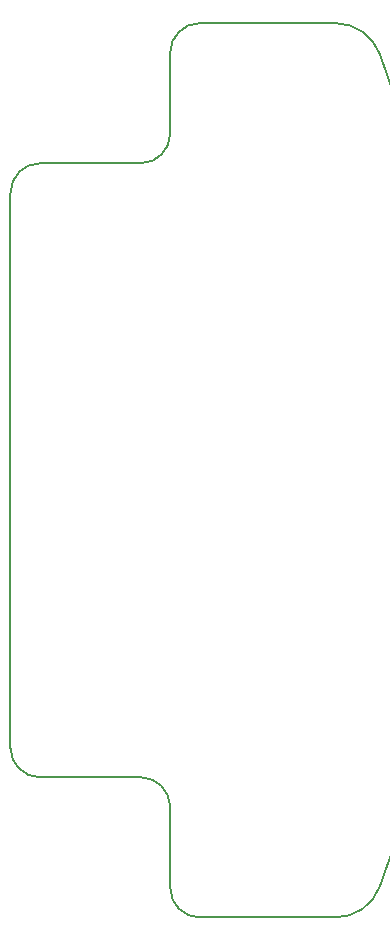
<source format=gbr>
%TF.GenerationSoftware,KiCad,Pcbnew,7.0.6*%
%TF.CreationDate,2024-02-11T22:16:59+09:00*%
%TF.ProjectId,MotorDriver_Right_DRV8874_20240206,4d6f746f-7244-4726-9976-65725f526967,rev?*%
%TF.SameCoordinates,Original*%
%TF.FileFunction,Profile,NP*%
%FSLAX46Y46*%
G04 Gerber Fmt 4.6, Leading zero omitted, Abs format (unit mm)*
G04 Created by KiCad (PCBNEW 7.0.6) date 2024-02-11 22:16:59*
%MOMM*%
%LPD*%
G01*
G04 APERTURE LIST*
%TA.AperFunction,Profile*%
%ADD10C,0.200000*%
%TD*%
G04 APERTURE END LIST*
D10*
X103484915Y-48567082D02*
G75*
G03*
X105984915Y-46067133I-15J2500015D01*
G01*
X123723460Y-109828507D02*
G75*
G03*
X123723460Y-39296493I-93575130J35266007D01*
G01*
X105984900Y-103057867D02*
G75*
G03*
X103484915Y-100557867I-2500000J0D01*
G01*
X92462500Y-98057867D02*
G75*
G03*
X94962500Y-100557867I2500000J0D01*
G01*
X108484915Y-36707082D02*
G75*
G03*
X105984915Y-39207133I-15J-2499985D01*
G01*
X105984900Y-109917867D02*
G75*
G03*
X108484915Y-112417867I2500000J0D01*
G01*
X94962500Y-48567167D02*
G75*
G03*
X92462500Y-51067133I0J-2500000D01*
G01*
X105984915Y-109917867D02*
X105984915Y-103057867D01*
X92462500Y-98057867D02*
X92462500Y-51067133D01*
X123723467Y-39296490D02*
G75*
G03*
X119980454Y-36707133I-3743167J-1410877D01*
G01*
X119980454Y-112417924D02*
G75*
G03*
X123723460Y-109828507I146J3999757D01*
G01*
X105984915Y-46067133D02*
X105984915Y-39207133D01*
X103484915Y-100557867D02*
X94962500Y-100557867D01*
X94962500Y-48567133D02*
X103484915Y-48567133D01*
X119980454Y-112417867D02*
X108484915Y-112417867D01*
X108484915Y-36707133D02*
X119980454Y-36707133D01*
M02*

</source>
